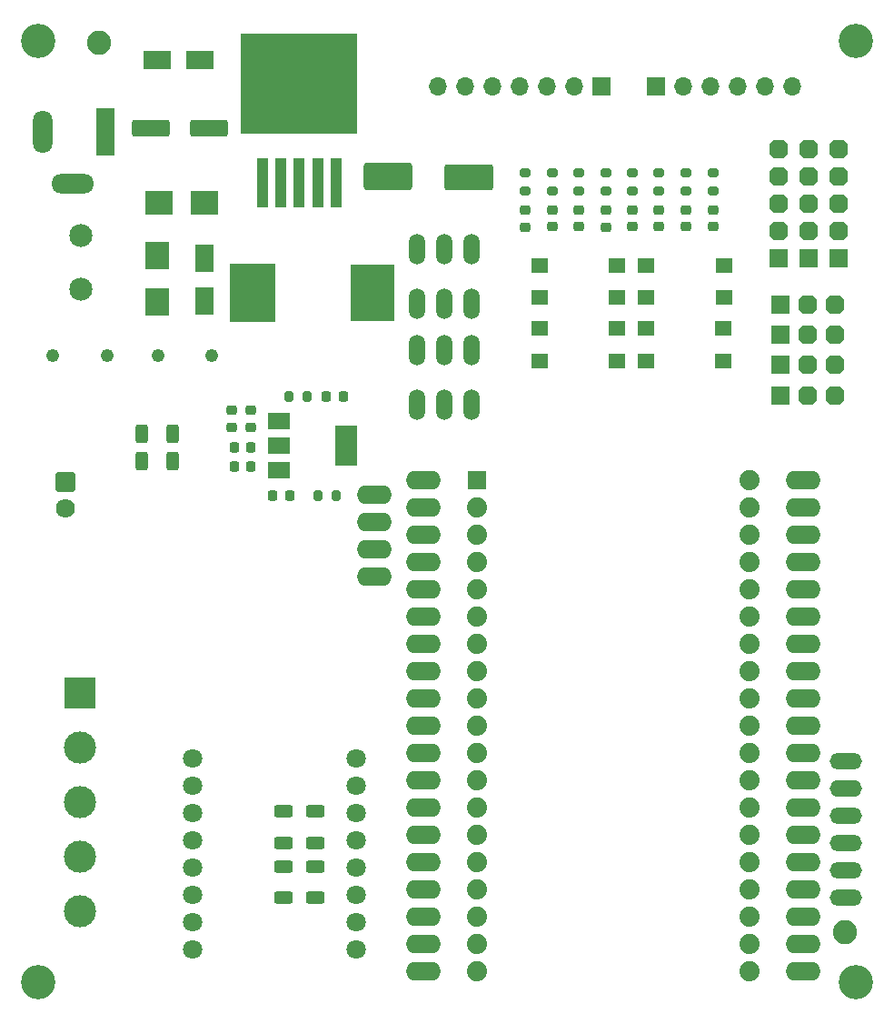
<source format=gbr>
%TF.GenerationSoftware,KiCad,Pcbnew,7.0.5*%
%TF.CreationDate,2024-05-04T18:26:22+05:30*%
%TF.ProjectId,sra_dev_board_2023,7372615f-6465-4765-9f62-6f6172645f32,rev?*%
%TF.SameCoordinates,Original*%
%TF.FileFunction,Soldermask,Top*%
%TF.FilePolarity,Negative*%
%FSLAX46Y46*%
G04 Gerber Fmt 4.6, Leading zero omitted, Abs format (unit mm)*
G04 Created by KiCad (PCBNEW 7.0.5) date 2024-05-04 18:26:22*
%MOMM*%
%LPD*%
G01*
G04 APERTURE LIST*
G04 Aperture macros list*
%AMRoundRect*
0 Rectangle with rounded corners*
0 $1 Rounding radius*
0 $2 $3 $4 $5 $6 $7 $8 $9 X,Y pos of 4 corners*
0 Add a 4 corners polygon primitive as box body*
4,1,4,$2,$3,$4,$5,$6,$7,$8,$9,$2,$3,0*
0 Add four circle primitives for the rounded corners*
1,1,$1+$1,$2,$3*
1,1,$1+$1,$4,$5*
1,1,$1+$1,$6,$7*
1,1,$1+$1,$8,$9*
0 Add four rect primitives between the rounded corners*
20,1,$1+$1,$2,$3,$4,$5,0*
20,1,$1+$1,$4,$5,$6,$7,0*
20,1,$1+$1,$6,$7,$8,$9,0*
20,1,$1+$1,$8,$9,$2,$3,0*%
%AMFreePoly0*
4,1,25,0.440719,0.844196,0.452842,0.833842,0.833842,0.452842,0.862349,0.396894,0.863600,0.381000,0.863600,-0.381000,0.844196,-0.440719,0.833842,-0.452842,0.452842,-0.833842,0.396894,-0.862349,0.381000,-0.863600,-0.381000,-0.863600,-0.440719,-0.844196,-0.452842,-0.833842,-0.833842,-0.452842,-0.862349,-0.396894,-0.863600,-0.381000,-0.863600,0.381000,-0.844196,0.440719,-0.833842,0.452842,
-0.452842,0.833842,-0.396894,0.862349,-0.381000,0.863600,0.381000,0.863600,0.440719,0.844196,0.440719,0.844196,$1*%
G04 Aperture macros list end*
%ADD10RoundRect,0.200000X0.275000X-0.200000X0.275000X0.200000X-0.275000X0.200000X-0.275000X-0.200000X0*%
%ADD11RoundRect,0.101600X0.762000X-0.762000X0.762000X0.762000X-0.762000X0.762000X-0.762000X-0.762000X0*%
%ADD12FreePoly0,90.000000*%
%ADD13C,2.153200*%
%ADD14O,3.251200X1.727200*%
%ADD15RoundRect,0.102000X-0.787500X0.787500X-0.787500X-0.787500X0.787500X-0.787500X0.787500X0.787500X0*%
%ADD16C,1.779000*%
%ADD17R,3.000000X3.000000*%
%ADD18C,3.000000*%
%ADD19O,3.000000X1.500000*%
%ADD20O,3.000000X1.540000*%
%ADD21RoundRect,0.101600X0.762000X0.762000X-0.762000X0.762000X-0.762000X-0.762000X0.762000X-0.762000X0*%
%ADD22FreePoly0,180.000000*%
%ADD23RoundRect,0.225000X0.250000X-0.225000X0.250000X0.225000X-0.250000X0.225000X-0.250000X-0.225000X0*%
%ADD24R,1.800000X2.500000*%
%ADD25C,3.200000*%
%ADD26RoundRect,0.218750X-0.256250X0.218750X-0.256250X-0.218750X0.256250X-0.218750X0.256250X0.218750X0*%
%ADD27R,1.700000X1.700000*%
%ADD28O,1.700000X1.700000*%
%ADD29C,1.800000*%
%ADD30R,2.300000X2.500000*%
%ADD31RoundRect,0.255000X-1.995000X-1.020000X1.995000X-1.020000X1.995000X1.020000X-1.995000X1.020000X0*%
%ADD32RoundRect,0.245000X-2.005000X-0.980000X2.005000X-0.980000X2.005000X0.980000X-2.005000X0.980000X0*%
%ADD33R,2.500000X2.300000*%
%ADD34R,1.600000X1.400000*%
%ADD35C,1.219000*%
%ADD36O,1.524000X2.844800*%
%ADD37RoundRect,0.218750X-0.218750X-0.256250X0.218750X-0.256250X0.218750X0.256250X-0.218750X0.256250X0*%
%ADD38RoundRect,0.200000X0.200000X0.275000X-0.200000X0.275000X-0.200000X-0.275000X0.200000X-0.275000X0*%
%ADD39RoundRect,0.250000X0.625000X-0.312500X0.625000X0.312500X-0.625000X0.312500X-0.625000X-0.312500X0*%
%ADD40R,1.800000X4.400000*%
%ADD41O,1.800000X4.000000*%
%ADD42O,4.000000X1.800000*%
%ADD43RoundRect,0.200000X-0.200000X-0.275000X0.200000X-0.275000X0.200000X0.275000X-0.200000X0.275000X0*%
%ADD44RoundRect,0.250000X1.500000X0.550000X-1.500000X0.550000X-1.500000X-0.550000X1.500000X-0.550000X0*%
%ADD45RoundRect,0.101600X-0.780000X-0.780000X0.780000X-0.780000X0.780000X0.780000X-0.780000X0.780000X0*%
%ADD46C,1.879600*%
%ADD47R,2.500000X1.800000*%
%ADD48R,4.194800X5.405100*%
%ADD49R,4.094800X5.305100*%
%ADD50RoundRect,0.225000X0.225000X0.250000X-0.225000X0.250000X-0.225000X-0.250000X0.225000X-0.250000X0*%
%ADD51C,2.250000*%
%ADD52R,2.000000X1.500000*%
%ADD53R,2.000000X3.800000*%
%ADD54R,1.100000X4.600000*%
%ADD55R,10.800000X9.400000*%
%ADD56RoundRect,0.218750X0.218750X0.256250X-0.218750X0.256250X-0.218750X-0.256250X0.218750X-0.256250X0*%
%ADD57RoundRect,0.250000X-0.312500X-0.625000X0.312500X-0.625000X0.312500X0.625000X-0.312500X0.625000X0*%
G04 APERTURE END LIST*
D10*
%TO.C,R7*%
X132680000Y-45896250D03*
X132680000Y-44246250D03*
%TD*%
D11*
%TO.C,J10*%
X141520000Y-56510000D03*
D12*
X144060000Y-56510000D03*
X146600000Y-56510000D03*
%TD*%
D13*
%TO.C,T3*%
X76270000Y-55053723D03*
X76270000Y-50053723D03*
%TD*%
D14*
%TO.C,J5*%
X143569418Y-118588838D03*
X143569418Y-116048838D03*
X143569418Y-113508838D03*
X143569418Y-110968838D03*
X143569418Y-108428838D03*
X143569418Y-105888838D03*
X143569418Y-103348838D03*
X143569418Y-100808838D03*
X143569418Y-98268838D03*
X143569418Y-95728838D03*
X143569418Y-93188838D03*
X143569418Y-90648838D03*
X143569418Y-88108838D03*
X143569418Y-85568838D03*
X143569418Y-83028838D03*
X143569418Y-80488838D03*
X143569418Y-77948838D03*
X143569418Y-75408838D03*
X143569418Y-72868838D03*
%TD*%
D15*
%TO.C,J14*%
X74895000Y-73000000D03*
D16*
X74895000Y-75500000D03*
%TD*%
D17*
%TO.C,J16*%
X76240000Y-92670000D03*
D18*
X76240000Y-97750000D03*
X76240000Y-102830000D03*
X76240000Y-107910000D03*
X76240000Y-112990000D03*
%TD*%
D19*
%TO.C,J17*%
X147550000Y-111677727D03*
X147550000Y-109137727D03*
X147550000Y-106597727D03*
X147550000Y-104057727D03*
D20*
X147550000Y-101517727D03*
D19*
X147550000Y-98977727D03*
%TD*%
D10*
%TO.C,R1*%
X117720000Y-45912500D03*
X117720000Y-44262500D03*
%TD*%
D21*
%TO.C,J11*%
X141332544Y-52158000D03*
D22*
X141332544Y-49618000D03*
X141332544Y-47078000D03*
X141332544Y-44538000D03*
X141332544Y-41998000D03*
%TD*%
D23*
%TO.C,C5*%
X92135000Y-67905000D03*
X92135000Y-66355000D03*
%TD*%
D24*
%TO.C,D13*%
X87800000Y-52200000D03*
X87800000Y-56200000D03*
%TD*%
D25*
%TO.C,H2*%
X72350000Y-119600000D03*
%TD*%
D26*
%TO.C,D2*%
X120250000Y-47683750D03*
X120250000Y-49258750D03*
%TD*%
D27*
%TO.C,J8*%
X129920000Y-36195000D03*
D28*
X132460000Y-36195000D03*
X135000000Y-36195000D03*
X137540000Y-36195000D03*
X140080000Y-36195000D03*
X142620000Y-36195000D03*
%TD*%
D29*
%TO.C,U3*%
X86740000Y-98727582D03*
X86740000Y-101267582D03*
X86740000Y-103807582D03*
X86740000Y-106347582D03*
X86740000Y-108887582D03*
X86740000Y-111427582D03*
X86740000Y-113967582D03*
X86740000Y-116507582D03*
X101980000Y-116507582D03*
X101980000Y-113967582D03*
X101980000Y-111427582D03*
X101980000Y-108887582D03*
X101980000Y-106347582D03*
X101980000Y-103807582D03*
X101980000Y-101267582D03*
X101980000Y-98727582D03*
%TD*%
D21*
%TO.C,J13*%
X146900000Y-52160000D03*
D22*
X146900000Y-49620000D03*
X146900000Y-47080000D03*
X146900000Y-44540000D03*
X146900000Y-42000000D03*
%TD*%
D30*
%TO.C,D9*%
X83400000Y-56230000D03*
X83400000Y-51930000D03*
%TD*%
D26*
%TO.C,D4*%
X125220000Y-47692500D03*
X125220000Y-49267500D03*
%TD*%
D31*
%TO.C,C2*%
X104952500Y-44575000D03*
D32*
X112452500Y-44625000D03*
%TD*%
D33*
%TO.C,D14*%
X87850000Y-47000000D03*
X83550000Y-47000000D03*
%TD*%
D10*
%TO.C,R6*%
X130180000Y-45896250D03*
X130180000Y-44246250D03*
%TD*%
D34*
%TO.C,SW2*%
X126270000Y-58740000D03*
X119070000Y-58740000D03*
X126270000Y-61740000D03*
X119070000Y-61740000D03*
%TD*%
D10*
%TO.C,R4*%
X125220000Y-45905000D03*
X125220000Y-44255000D03*
%TD*%
D35*
%TO.C,F2*%
X83485000Y-61280000D03*
X88535000Y-61280000D03*
%TD*%
D11*
%TO.C,J3*%
X141520000Y-64934000D03*
D12*
X144060000Y-64934000D03*
X146600000Y-64934000D03*
%TD*%
D26*
%TO.C,D6*%
X130180000Y-47683750D03*
X130180000Y-49258750D03*
%TD*%
%TO.C,D1*%
X117740000Y-47700000D03*
X117740000Y-49275000D03*
%TD*%
D36*
%TO.C,12V_SW1*%
X107640000Y-60770000D03*
X110180000Y-60770000D03*
X112720000Y-60770000D03*
X107640000Y-65850000D03*
X110180000Y-65850000D03*
X112720000Y-65850000D03*
%TD*%
D10*
%TO.C,R2*%
X120250000Y-45896250D03*
X120250000Y-44246250D03*
%TD*%
D36*
%TO.C,5V_SW1*%
X107640000Y-51310000D03*
X110180000Y-51310000D03*
X112720000Y-51310000D03*
X107640000Y-56390000D03*
X110180000Y-56390000D03*
X112720000Y-56390000D03*
%TD*%
D26*
%TO.C,D7*%
X132680000Y-47683750D03*
X132680000Y-49258750D03*
%TD*%
D37*
%TO.C,D11*%
X99155000Y-65060000D03*
X100730000Y-65060000D03*
%TD*%
D35*
%TO.C,F1*%
X78715000Y-61280000D03*
X73665000Y-61280000D03*
%TD*%
D10*
%TO.C,R3*%
X122730000Y-45896250D03*
X122730000Y-44246250D03*
%TD*%
D11*
%TO.C,J2*%
X141520000Y-59310000D03*
D12*
X144060000Y-59310000D03*
X146600000Y-59310000D03*
%TD*%
D10*
%TO.C,R8*%
X135190000Y-45896250D03*
X135190000Y-44246250D03*
%TD*%
D25*
%TO.C,H1*%
X72350000Y-31950000D03*
%TD*%
D14*
%TO.C,J9*%
X103620000Y-74160000D03*
X103620000Y-76700000D03*
X103620000Y-79240000D03*
X103620000Y-81780000D03*
%TD*%
D34*
%TO.C,SW4*%
X136203500Y-52850000D03*
X129003500Y-52850000D03*
X136203500Y-55850000D03*
X129003500Y-55850000D03*
%TD*%
D26*
%TO.C,D3*%
X122730000Y-47683750D03*
X122730000Y-49258750D03*
%TD*%
D38*
%TO.C,R10*%
X97365000Y-65060000D03*
X95715000Y-65060000D03*
%TD*%
D39*
%TO.C,R14*%
X98110000Y-111732500D03*
X98110000Y-108807500D03*
%TD*%
D26*
%TO.C,D8*%
X135190000Y-47683750D03*
X135190000Y-49258750D03*
%TD*%
D34*
%TO.C,SW1*%
X126274490Y-52860000D03*
X119074490Y-52860000D03*
X126274490Y-55860000D03*
X119074490Y-55860000D03*
%TD*%
D39*
%TO.C,R12*%
X95200000Y-106622500D03*
X95200000Y-103697500D03*
%TD*%
D23*
%TO.C,C4*%
X90360000Y-67905000D03*
X90360000Y-66355000D03*
%TD*%
D40*
%TO.C,J6*%
X78580000Y-40400000D03*
D41*
X72780000Y-40400000D03*
D42*
X75580000Y-45200000D03*
%TD*%
D43*
%TO.C,R9*%
X98405000Y-74260000D03*
X100055000Y-74260000D03*
%TD*%
D44*
%TO.C,C1*%
X88200000Y-40100000D03*
X82800000Y-40100000D03*
%TD*%
D45*
%TO.C,U1*%
X113179418Y-72868838D03*
D46*
X113179418Y-75408838D03*
X113179418Y-77948838D03*
X113179418Y-80488838D03*
X113179418Y-83028838D03*
X113179418Y-85568838D03*
X113179418Y-88108838D03*
X113179418Y-90648838D03*
X113179418Y-93188838D03*
X113179418Y-95728838D03*
X113179418Y-98268838D03*
X113179418Y-100808838D03*
X113179418Y-103348838D03*
X113179418Y-105888838D03*
X113179418Y-108428838D03*
X113179418Y-110968838D03*
X113179418Y-113508838D03*
X113179418Y-116048838D03*
X113179418Y-118588838D03*
X138579418Y-72868838D03*
X138579418Y-75408838D03*
X138579418Y-77948838D03*
X138579418Y-80488838D03*
X138579418Y-83028838D03*
X138579418Y-85568838D03*
X138579418Y-88108838D03*
X138579418Y-90648838D03*
X138579418Y-93188838D03*
X138579418Y-95728838D03*
X138579418Y-98268838D03*
X138579418Y-100808838D03*
X138579418Y-103348838D03*
X138579418Y-105888838D03*
X138579418Y-108428838D03*
X138579418Y-110968838D03*
X138579418Y-113508838D03*
X138579418Y-116048838D03*
X138579418Y-118588838D03*
%TD*%
D27*
%TO.C,J7*%
X124825000Y-36195000D03*
D28*
X122285000Y-36195000D03*
X119745000Y-36195000D03*
X117205000Y-36195000D03*
X114665000Y-36195000D03*
X112125000Y-36195000D03*
X109585000Y-36195000D03*
%TD*%
D39*
%TO.C,R11*%
X98120000Y-106622500D03*
X98120000Y-103697500D03*
%TD*%
D47*
%TO.C,D12*%
X87400000Y-33700000D03*
X83400000Y-33700000D03*
%TD*%
D34*
%TO.C,SW3*%
X136200000Y-58720000D03*
X129000000Y-58720000D03*
X136200000Y-61720000D03*
X129000000Y-61720000D03*
%TD*%
D26*
%TO.C,D5*%
X127700000Y-47683750D03*
X127700000Y-49258750D03*
%TD*%
D25*
%TO.C,H3*%
X148500000Y-119600000D03*
%TD*%
D48*
%TO.C,L1*%
X92288135Y-55382550D03*
D49*
X103443335Y-55432550D03*
%TD*%
D50*
%TO.C,C6*%
X92160000Y-69830000D03*
X90610000Y-69830000D03*
%TD*%
%TO.C,C3*%
X92160000Y-71530000D03*
X90610000Y-71530000D03*
%TD*%
D51*
%TO.C,REF\u002A\u002A*%
X147500000Y-114890000D03*
%TD*%
D52*
%TO.C,U2*%
X94730000Y-67350000D03*
X94730000Y-69650000D03*
D53*
X101030000Y-69650000D03*
D52*
X94730000Y-71950000D03*
%TD*%
D39*
%TO.C,R13*%
X95190000Y-111732500D03*
X95190000Y-108807500D03*
%TD*%
D54*
%TO.C,U5*%
X93260000Y-45115000D03*
X94960000Y-45115000D03*
X96660000Y-45115000D03*
D55*
X96660000Y-35965000D03*
D54*
X98360000Y-45115000D03*
X100060000Y-45115000D03*
%TD*%
D21*
%TO.C,J12*%
X144122544Y-52166000D03*
D22*
X144122544Y-49626000D03*
X144122544Y-47086000D03*
X144122544Y-44546000D03*
X144122544Y-42006000D03*
%TD*%
D10*
%TO.C,R5*%
X127700000Y-45896250D03*
X127700000Y-44246250D03*
%TD*%
D51*
%TO.C,REF\u002A\u002A*%
X78000000Y-32100000D03*
%TD*%
D56*
%TO.C,D10*%
X95767500Y-74260000D03*
X94192500Y-74260000D03*
%TD*%
D25*
%TO.C,H4*%
X148500000Y-31950000D03*
%TD*%
D14*
%TO.C,J1*%
X108179418Y-72868838D03*
X108179418Y-75408838D03*
X108179418Y-77948838D03*
X108179418Y-80488838D03*
X108179418Y-83028838D03*
X108179418Y-85568838D03*
X108179418Y-88108838D03*
X108179418Y-90648838D03*
X108179418Y-93188838D03*
X108179418Y-95728838D03*
X108179418Y-98268838D03*
X108179418Y-100808838D03*
X108179418Y-103348838D03*
X108179418Y-105888838D03*
X108179418Y-108428838D03*
X108179418Y-110968838D03*
X108179418Y-113508838D03*
X108179418Y-116048838D03*
X108179418Y-118588838D03*
%TD*%
D57*
%TO.C,R17*%
X81965000Y-71100000D03*
X84890000Y-71100000D03*
%TD*%
%TO.C,R16*%
X81965000Y-68530000D03*
X84890000Y-68530000D03*
%TD*%
D11*
%TO.C,J4*%
X141510000Y-62120000D03*
D12*
X144050000Y-62120000D03*
X146590000Y-62120000D03*
%TD*%
M02*

</source>
